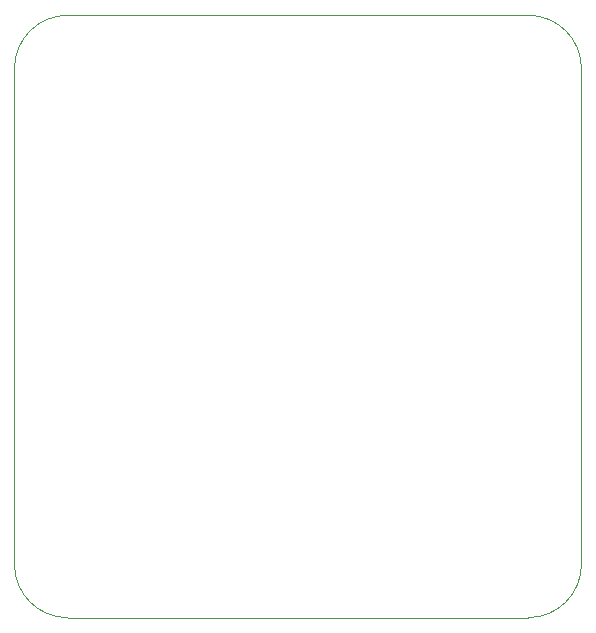
<source format=gbr>
%TF.GenerationSoftware,KiCad,Pcbnew,8.0.3*%
%TF.CreationDate,2024-10-16T20:56:53-05:00*%
%TF.ProjectId,BB-STM32 Dev Board,42422d53-544d-4333-9220-44657620426f,0*%
%TF.SameCoordinates,Original*%
%TF.FileFunction,Profile,NP*%
%FSLAX46Y46*%
G04 Gerber Fmt 4.6, Leading zero omitted, Abs format (unit mm)*
G04 Created by KiCad (PCBNEW 8.0.3) date 2024-10-16 20:56:53*
%MOMM*%
%LPD*%
G01*
G04 APERTURE LIST*
%TA.AperFunction,Profile*%
%ADD10C,0.050000*%
%TD*%
G04 APERTURE END LIST*
D10*
X119000000Y-123500000D02*
G75*
G02*
X114500000Y-119000000I0J4500000D01*
G01*
X162500000Y-119000000D02*
G75*
G02*
X158000000Y-123500000I-4500000J0D01*
G01*
X158000000Y-72500000D02*
G75*
G02*
X162500000Y-77000000I0J-4500000D01*
G01*
X114500000Y-77000000D02*
G75*
G02*
X119000000Y-72500000I4500000J0D01*
G01*
X162500000Y-119000000D02*
X162500000Y-77000000D01*
X114500000Y-77000000D02*
X114500000Y-119000000D01*
X158000000Y-72500000D02*
X119000000Y-72500000D01*
X119000000Y-123500000D02*
X158000000Y-123500000D01*
M02*

</source>
